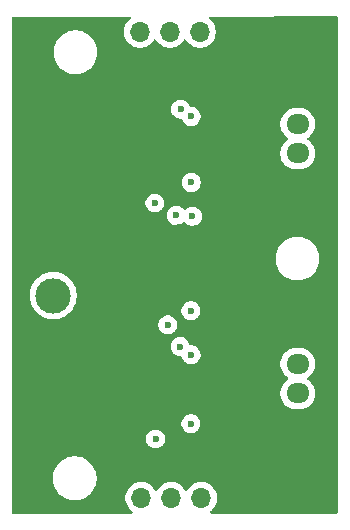
<source format=gbr>
%TF.GenerationSoftware,KiCad,Pcbnew,9.0.0*%
%TF.CreationDate,2025-04-16T15:55:05+03:00*%
%TF.ProjectId,power_detector,706f7765-725f-4646-9574-6563746f722e,rev?*%
%TF.SameCoordinates,Original*%
%TF.FileFunction,Copper,L2,Inr*%
%TF.FilePolarity,Positive*%
%FSLAX46Y46*%
G04 Gerber Fmt 4.6, Leading zero omitted, Abs format (unit mm)*
G04 Created by KiCad (PCBNEW 9.0.0) date 2025-04-16 15:55:05*
%MOMM*%
%LPD*%
G01*
G04 APERTURE LIST*
G04 Aperture macros list*
%AMRoundRect*
0 Rectangle with rounded corners*
0 $1 Rounding radius*
0 $2 $3 $4 $5 $6 $7 $8 $9 X,Y pos of 4 corners*
0 Add a 4 corners polygon primitive as box body*
4,1,4,$2,$3,$4,$5,$6,$7,$8,$9,$2,$3,0*
0 Add four circle primitives for the rounded corners*
1,1,$1+$1,$2,$3*
1,1,$1+$1,$4,$5*
1,1,$1+$1,$6,$7*
1,1,$1+$1,$8,$9*
0 Add four rect primitives between the rounded corners*
20,1,$1+$1,$2,$3,$4,$5,0*
20,1,$1+$1,$4,$5,$6,$7,0*
20,1,$1+$1,$6,$7,$8,$9,0*
20,1,$1+$1,$8,$9,$2,$3,0*%
G04 Aperture macros list end*
%TA.AperFunction,ComponentPad*%
%ADD10RoundRect,0.250000X0.725000X-0.600000X0.725000X0.600000X-0.725000X0.600000X-0.725000X-0.600000X0*%
%TD*%
%TA.AperFunction,ComponentPad*%
%ADD11O,1.950000X1.700000*%
%TD*%
%TA.AperFunction,ComponentPad*%
%ADD12R,3.000000X3.000000*%
%TD*%
%TA.AperFunction,ComponentPad*%
%ADD13C,3.000000*%
%TD*%
%TA.AperFunction,ComponentPad*%
%ADD14R,1.700000X1.700000*%
%TD*%
%TA.AperFunction,ComponentPad*%
%ADD15O,1.700000X1.700000*%
%TD*%
%TA.AperFunction,ViaPad*%
%ADD16C,0.600000*%
%TD*%
G04 APERTURE END LIST*
D10*
%TO.N,GND*%
%TO.C,J9*%
X68867800Y-90770400D03*
D11*
%TO.N,/vrms_fow*%
X68867800Y-88270400D03*
%TO.N,/mcu_adc_fow*%
X68867800Y-85770400D03*
%TO.N,GND*%
X68867800Y-83270400D03*
%TD*%
D12*
%TO.N,GND*%
%TO.C,J3*%
X48158400Y-74904600D03*
D13*
%TO.N,+5V*%
X48158400Y-79984600D03*
%TD*%
D10*
%TO.N,GND*%
%TO.C,J10*%
X68859400Y-70455800D03*
D11*
%TO.N,/vrms_ref*%
X68859400Y-67955800D03*
%TO.N,/mcu_adc_ref*%
X68859400Y-65455800D03*
%TO.N,GND*%
X68859400Y-62955800D03*
%TD*%
D14*
%TO.N,GND*%
%TO.C,J6*%
X63236000Y-97129600D03*
D15*
%TO.N,/vtgt_fow*%
X60696000Y-97129600D03*
%TO.N,/TC2_fow*%
X58156000Y-97129600D03*
%TO.N,/vref_fow*%
X55616000Y-97129600D03*
%TD*%
D14*
%TO.N,GND*%
%TO.C,J7*%
X63119000Y-57658000D03*
D15*
%TO.N,/TC2_ref*%
X60579000Y-57658000D03*
%TO.N,/vref_ref*%
X58039000Y-57658000D03*
%TO.N,/vtgt_ref*%
X55499000Y-57658000D03*
%TD*%
D16*
%TO.N,+5V*%
X59833000Y-64820800D03*
X59944000Y-73279000D03*
X59817000Y-90830400D03*
X59833000Y-85004400D03*
X59842400Y-70408800D03*
X59817000Y-81280000D03*
%TO.N,GND*%
X66040000Y-59944000D03*
X63246000Y-93218000D03*
X70993000Y-96393000D03*
X54864000Y-65532000D03*
X70739000Y-59690000D03*
X50292000Y-74422000D03*
X58928000Y-74168000D03*
X64770000Y-65532000D03*
X65151000Y-96012000D03*
X55880000Y-76200000D03*
X71120000Y-89916000D03*
X54610000Y-77978000D03*
X63627000Y-73279000D03*
X55118000Y-73914000D03*
X50546000Y-82550000D03*
X65913000Y-60960000D03*
X53594000Y-83566000D03*
X64516000Y-70866000D03*
X52324000Y-76962000D03*
X63246000Y-82296000D03*
X67183000Y-60198000D03*
X51308000Y-68326000D03*
X47752000Y-92456000D03*
X54610000Y-69088000D03*
X53340000Y-71120000D03*
X61722000Y-60706000D03*
X50038000Y-89408000D03*
X45974000Y-96012000D03*
X52832000Y-63500000D03*
X66802000Y-83820000D03*
X64897000Y-92710000D03*
X65786000Y-85852000D03*
X71882000Y-65659000D03*
X63119000Y-85852000D03*
X46990000Y-86614000D03*
X70231000Y-57658000D03*
X54864000Y-85598000D03*
X68453000Y-97282000D03*
X64643000Y-73279000D03*
X68326000Y-58293000D03*
X55626000Y-93726000D03*
X55626000Y-63500000D03*
X60017575Y-68275200D03*
X51308000Y-74422000D03*
X70358000Y-73025000D03*
X46736000Y-98044000D03*
X45720000Y-73660000D03*
X63119000Y-65532000D03*
X61214000Y-75946000D03*
X51562000Y-76454000D03*
X63754000Y-75692000D03*
X63500000Y-83312000D03*
X46482000Y-62738000D03*
X52578000Y-81026000D03*
X52578000Y-72898000D03*
X64643000Y-78994000D03*
X69469000Y-72898000D03*
X54356000Y-95758000D03*
X55880000Y-81026000D03*
X56388000Y-83439000D03*
X45212000Y-96266000D03*
X57658000Y-76200000D03*
X54610000Y-91186000D03*
X48260000Y-62738000D03*
X54762400Y-88620600D03*
X63881000Y-90932000D03*
X58953400Y-88544400D03*
X52070000Y-92456000D03*
X50038000Y-90170000D03*
X71882000Y-74422000D03*
X54356000Y-59944000D03*
X62611000Y-79756000D03*
X71120000Y-85090000D03*
X45974000Y-94488000D03*
X71882000Y-79248000D03*
X71120000Y-86360000D03*
X64262000Y-80010000D03*
X69342000Y-95631000D03*
X45212000Y-95250000D03*
X46228000Y-59182000D03*
X66040000Y-91313000D03*
X64262000Y-77978000D03*
X69469000Y-97917000D03*
X53213000Y-86487000D03*
X52959000Y-89408000D03*
X71374000Y-70485000D03*
X54610000Y-93726000D03*
X46736000Y-92456000D03*
X54102000Y-61976000D03*
X54102000Y-65278000D03*
X52324000Y-78994000D03*
X67564000Y-81534000D03*
X70612000Y-97917000D03*
X65532000Y-79248000D03*
X70485000Y-60325000D03*
X65913000Y-64008000D03*
X66421000Y-65024000D03*
X71755000Y-62357000D03*
X67437000Y-57531000D03*
X65405000Y-57404000D03*
X64135000Y-63246000D03*
X65151000Y-97282000D03*
X65532000Y-70104000D03*
X45339000Y-60706000D03*
X52578000Y-85090000D03*
X71120000Y-94869000D03*
X64643000Y-83947000D03*
X54864000Y-72644000D03*
X63246000Y-80391000D03*
X66421000Y-56896000D03*
X48133000Y-68326000D03*
X70485000Y-69088000D03*
X71882000Y-80010000D03*
X65278000Y-81407000D03*
X53340000Y-81026000D03*
X50292000Y-75438000D03*
X61595000Y-59309000D03*
X62865000Y-74549000D03*
X48133000Y-66294000D03*
X54610000Y-76200000D03*
X54610000Y-62992000D03*
X51816000Y-85598000D03*
X59563000Y-93726000D03*
X66802000Y-63500000D03*
X50038000Y-91694000D03*
X54102000Y-71882000D03*
X54864000Y-61468000D03*
X61468000Y-94488000D03*
X51308000Y-70104000D03*
X69469000Y-93472000D03*
X52578000Y-98044000D03*
X64719200Y-90093800D03*
X50546000Y-71882000D03*
X48133000Y-88646000D03*
X46482000Y-97028000D03*
X45720000Y-75438000D03*
X62484000Y-71120000D03*
X63500000Y-70866000D03*
X49784000Y-71882000D03*
X45974000Y-68326000D03*
X50292000Y-63246000D03*
X57277000Y-90043000D03*
X56896000Y-81788000D03*
X51816000Y-73914000D03*
X60084575Y-87270391D03*
X53340000Y-85598000D03*
X61214000Y-79756000D03*
X53086000Y-61468000D03*
X51943000Y-88646000D03*
X68453000Y-61341000D03*
X51308000Y-65278000D03*
X54356000Y-60960000D03*
X49022000Y-86614000D03*
X53086000Y-68326000D03*
X66675000Y-85344000D03*
X67310000Y-84836000D03*
X63246000Y-62611000D03*
X55372000Y-76708000D03*
X66548000Y-92583000D03*
X57912000Y-74168000D03*
X54610000Y-94742000D03*
X48768000Y-82550000D03*
X71374000Y-72771000D03*
X57404000Y-70104000D03*
X53594000Y-60706000D03*
X51816000Y-71882000D03*
X66548000Y-59055000D03*
X71501000Y-66802000D03*
X63754000Y-76962000D03*
X63119000Y-91186000D03*
X65405000Y-58801000D03*
X66802000Y-58293000D03*
X58928000Y-75184000D03*
X53340000Y-64262000D03*
X56134000Y-77978000D03*
X56388000Y-74676000D03*
X59309000Y-60452000D03*
X65024000Y-71882000D03*
X66675000Y-90678000D03*
X65151000Y-95123000D03*
X51816000Y-77978000D03*
X50546000Y-85090000D03*
X50292000Y-78232000D03*
X69723000Y-56896000D03*
X58420000Y-78994000D03*
X51816000Y-91186000D03*
X53594000Y-76962000D03*
X44969379Y-66294004D03*
X61468000Y-63119000D03*
X47244000Y-62738000D03*
X61214000Y-78994000D03*
X51308000Y-75692000D03*
X53086000Y-93980000D03*
X71501000Y-57658000D03*
X52578000Y-90424000D03*
X59690000Y-61087000D03*
X55626000Y-72390000D03*
X56642000Y-82804000D03*
X63373000Y-95123000D03*
X66929000Y-97917000D03*
X45974000Y-66294000D03*
X65532000Y-85090000D03*
X66294000Y-81534000D03*
X55880000Y-75438000D03*
X59436000Y-94742000D03*
X61722000Y-65405000D03*
X66167000Y-95885000D03*
X63246000Y-94234000D03*
X64262000Y-95123000D03*
X50292000Y-66294000D03*
X54356000Y-64262000D03*
X55626000Y-92837000D03*
X66421000Y-97536000D03*
X53086000Y-69088000D03*
X46482000Y-93472000D03*
X64897000Y-61341000D03*
X56388000Y-82296000D03*
X53594000Y-81788000D03*
X66548000Y-73533000D03*
X54229000Y-66167000D03*
X46482000Y-58166000D03*
X65532000Y-72771000D03*
X49022000Y-62738000D03*
X61468000Y-69596000D03*
X45720000Y-92456000D03*
X61493400Y-84226400D03*
X44968627Y-88646098D03*
X51816000Y-70866000D03*
X70612000Y-63500000D03*
X46990000Y-66294000D03*
X51816000Y-62738000D03*
X69850000Y-97028000D03*
X54610000Y-71120000D03*
X62230000Y-72898000D03*
X53848000Y-59690000D03*
X53340000Y-90932000D03*
X45339000Y-59563000D03*
X66294000Y-93853000D03*
X70358000Y-62230000D03*
X51308000Y-69088000D03*
X49784000Y-62738000D03*
X68453000Y-93853000D03*
X65024000Y-89281000D03*
X71120000Y-82550000D03*
X61679375Y-90170000D03*
X53848000Y-63500000D03*
X52832000Y-91948000D03*
X46228000Y-60198000D03*
X45974000Y-88646000D03*
X53340000Y-94996000D03*
X53848000Y-89331800D03*
X55880000Y-81788000D03*
X53086000Y-73914000D03*
X45974000Y-86614000D03*
X54102000Y-70104000D03*
X71120000Y-80137000D03*
X55118000Y-60452000D03*
X63881000Y-72136000D03*
X65913000Y-71374000D03*
X56134000Y-71120000D03*
X55372000Y-62230000D03*
X53594000Y-74930000D03*
X61214000Y-73660000D03*
X66548000Y-72390000D03*
X53086000Y-62738000D03*
X67437000Y-95885000D03*
X60452000Y-94742000D03*
X56896000Y-69596000D03*
X53848000Y-84582000D03*
X62484000Y-78613000D03*
X61468000Y-83312000D03*
X52324000Y-69088000D03*
X54610000Y-81788000D03*
X62357000Y-75565000D03*
X70612000Y-71120000D03*
X56642000Y-70358000D03*
X65151000Y-78486000D03*
X50546000Y-71120000D03*
X57404000Y-77978000D03*
X56388000Y-85344000D03*
X50546000Y-85852000D03*
X51054000Y-88646000D03*
X63881000Y-65532000D03*
X58928000Y-77216000D03*
X64643000Y-93853000D03*
X52578000Y-84328000D03*
X55626000Y-91948000D03*
X53848000Y-90170000D03*
X53340000Y-78994000D03*
X71628000Y-71755000D03*
X50292000Y-73660000D03*
X62865000Y-61849000D03*
X54737000Y-89662000D03*
X55499000Y-83947000D03*
X53848000Y-97282000D03*
X52578000Y-92964000D03*
X53340000Y-72390000D03*
X61214000Y-80518000D03*
X71755000Y-63246000D03*
X66167000Y-82804000D03*
X52324000Y-65278000D03*
X47752000Y-82550000D03*
X68580000Y-81534000D03*
X52324000Y-86614000D03*
X51562000Y-86614000D03*
X64643000Y-68961000D03*
X51054000Y-64516000D03*
X56134000Y-69596000D03*
X68834000Y-72136000D03*
X64135000Y-89281000D03*
X70739000Y-97028000D03*
X70104000Y-58674000D03*
X57023000Y-65532000D03*
X50165000Y-88646000D03*
X67310000Y-71755000D03*
X52324000Y-74422000D03*
X71120000Y-88646000D03*
X56134000Y-61595000D03*
X71247000Y-56896000D03*
X52832000Y-88646000D03*
X64008000Y-85852000D03*
X71120000Y-81788000D03*
X52832000Y-70104000D03*
X66929000Y-61595000D03*
X49530000Y-77470000D03*
X54356000Y-73152000D03*
X70739000Y-65659000D03*
X64008000Y-92075000D03*
X51562000Y-72898000D03*
X71120000Y-91948000D03*
X50038000Y-72898000D03*
X52832000Y-73406000D03*
X52324000Y-64516000D03*
X50292000Y-65278000D03*
X54102000Y-81026000D03*
X70739000Y-67564000D03*
X65151000Y-82550000D03*
X45339000Y-61722000D03*
X70231000Y-72009000D03*
X68199000Y-56896000D03*
X69723000Y-92456000D03*
X57658000Y-75184000D03*
X63246000Y-63500000D03*
X46990000Y-88646000D03*
X64897000Y-85852000D03*
X63627000Y-61087000D03*
X50292000Y-81534000D03*
X65024000Y-64389000D03*
X61518800Y-92532200D03*
X53848000Y-91948000D03*
X68072000Y-59055000D03*
X65659000Y-65532000D03*
X51054000Y-77470000D03*
X61214000Y-76708000D03*
X53848000Y-73660000D03*
X65659000Y-83820000D03*
X65532000Y-89789000D03*
X51816000Y-89662000D03*
X69342000Y-60452000D03*
X51054000Y-91948000D03*
X46736000Y-71882000D03*
X71628000Y-60452000D03*
X54356000Y-83566000D03*
X63500000Y-79248000D03*
X51054000Y-82042000D03*
X45212000Y-97282000D03*
X70739000Y-64389000D03*
X51054000Y-63754000D03*
X56794400Y-91084400D03*
X66167000Y-62611000D03*
X50800000Y-72898000D03*
X55626000Y-70358000D03*
X55118000Y-81026000D03*
X44969379Y-86614004D03*
X52832000Y-97282000D03*
X58945225Y-87299800D03*
X64262000Y-74676000D03*
X55372000Y-82804000D03*
X67310000Y-92710000D03*
X65278000Y-91821000D03*
X55753000Y-61087000D03*
X53594000Y-58420000D03*
X59309000Y-59436000D03*
X62992000Y-60198000D03*
X68961000Y-57531000D03*
X68961000Y-59436000D03*
X61595000Y-59944000D03*
X56134000Y-84328000D03*
X46482000Y-77724000D03*
X61214000Y-72898000D03*
X57658000Y-81026000D03*
X65532000Y-68961000D03*
X61468000Y-93472000D03*
X67564000Y-96774000D03*
X67056000Y-82550000D03*
X71755000Y-64516000D03*
X67564000Y-94107000D03*
X46736000Y-82550000D03*
X52324000Y-68326000D03*
X51308000Y-78994000D03*
X50546000Y-70104000D03*
X63500000Y-85090000D03*
X45720000Y-62738000D03*
X65405000Y-74041000D03*
X56845200Y-71145400D03*
X50038000Y-86614000D03*
X52578000Y-83312000D03*
X51308000Y-66294000D03*
X62103000Y-73914000D03*
X45720000Y-81280000D03*
X49022000Y-66294000D03*
X71120000Y-93218000D03*
X68326000Y-94869000D03*
X61214000Y-78232000D03*
X64516000Y-76327000D03*
X67056000Y-70231000D03*
X67183000Y-62484000D03*
X55245000Y-66167000D03*
X67056000Y-64516000D03*
X55626000Y-64897000D03*
X63246000Y-64389000D03*
X51308000Y-83312000D03*
X65151000Y-97917000D03*
X51816000Y-63754000D03*
X64262000Y-62103000D03*
X69850000Y-81534000D03*
X53340000Y-96266000D03*
X63627000Y-59436000D03*
X56261000Y-66167000D03*
X54356000Y-75438000D03*
X57404000Y-73406000D03*
X57404000Y-85852000D03*
X61679375Y-85725000D03*
X61214000Y-77470000D03*
X71120000Y-87630000D03*
X66802000Y-71247000D03*
X55626000Y-69088000D03*
X64135000Y-64389000D03*
X52578000Y-71882000D03*
X53340000Y-82804000D03*
X67945000Y-72771000D03*
X50292000Y-76962000D03*
X51562000Y-81280000D03*
X61976000Y-81026000D03*
X70866000Y-66548000D03*
X52324000Y-66294000D03*
X55626000Y-71628000D03*
X54356000Y-74422000D03*
X54711600Y-68351400D03*
X55880000Y-91059000D03*
X54102000Y-86487000D03*
X63754000Y-68961000D03*
X67056000Y-94996000D03*
X65405000Y-62230000D03*
X68326000Y-92456000D03*
X49022000Y-88646000D03*
X45720000Y-78740000D03*
X47752000Y-71882000D03*
X50800000Y-86614000D03*
X52070000Y-81788000D03*
X52578000Y-62230000D03*
X47498000Y-61976000D03*
X70104000Y-61214000D03*
X44968627Y-68326098D03*
X56388000Y-78994000D03*
X58928000Y-78232000D03*
X56515000Y-63373000D03*
X63500000Y-84328000D03*
X56642000Y-81026000D03*
X45847000Y-57023000D03*
X50546000Y-84074000D03*
X54356000Y-82804000D03*
X70358000Y-95504000D03*
X66421000Y-68961000D03*
X46990000Y-68326000D03*
X71120000Y-90932000D03*
X64643000Y-90932000D03*
X64135000Y-81407000D03*
X56642000Y-86233000D03*
X64897000Y-77343000D03*
X61214000Y-75184000D03*
X55118000Y-74930000D03*
X63627000Y-78105000D03*
X64592200Y-69799200D03*
X45212000Y-94234000D03*
X54737000Y-86360000D03*
X53340000Y-77978000D03*
X56896000Y-74930000D03*
X51054000Y-90424000D03*
X51562000Y-82550000D03*
X66294000Y-84582000D03*
X62738000Y-71882000D03*
X48133000Y-86614000D03*
X45720000Y-98044000D03*
X60084575Y-88493600D03*
X52070000Y-69850000D03*
X45720000Y-71882000D03*
X66167000Y-79883000D03*
X65532000Y-94615000D03*
X53340000Y-65278000D03*
X52832000Y-76200000D03*
X61518800Y-91541600D03*
X53594000Y-98044000D03*
X58869025Y-67005200D03*
X71374000Y-61341000D03*
X50546000Y-69088000D03*
X49784000Y-82550000D03*
X49022000Y-68326000D03*
X51054000Y-62992000D03*
X50292000Y-76200000D03*
X45720000Y-76200000D03*
X70104000Y-94107000D03*
X62738000Y-81534000D03*
X61468000Y-64135000D03*
X45466000Y-80264000D03*
X71120000Y-83820000D03*
X70485000Y-69977000D03*
X65024000Y-75311000D03*
X64516000Y-85090000D03*
X45720000Y-72644000D03*
X47498000Y-77216000D03*
X54610000Y-84582000D03*
X58420000Y-81026000D03*
X55753000Y-86487000D03*
X67310000Y-68961000D03*
X55118000Y-70866000D03*
X45720000Y-82550000D03*
X56515000Y-62357000D03*
X58869025Y-68300600D03*
X65278000Y-80645000D03*
X56642000Y-73406000D03*
X54356000Y-78994000D03*
X62230000Y-61341000D03*
X63246000Y-92202000D03*
X57404000Y-78994000D03*
X56388000Y-65024000D03*
X71628000Y-68326000D03*
X62357000Y-77597000D03*
X48514000Y-77216000D03*
X55499000Y-84963000D03*
X64897000Y-59563000D03*
X67945000Y-60452000D03*
X53848000Y-93472000D03*
X54610000Y-70358000D03*
X55372000Y-78994000D03*
X45720000Y-77216000D03*
X56007000Y-89916000D03*
X45212000Y-93218000D03*
X54610000Y-92456000D03*
X51562000Y-84328000D03*
X55118000Y-64262000D03*
X50292000Y-68326000D03*
X45720000Y-74676000D03*
X64516000Y-60325000D03*
X71882000Y-69469000D03*
X53340000Y-57404000D03*
X65024000Y-63246000D03*
X50038000Y-90932000D03*
X62484000Y-59563000D03*
X46355000Y-61468000D03*
X71374000Y-73787000D03*
X61214000Y-74422000D03*
X55880000Y-73152000D03*
X62611000Y-76454000D03*
X71501000Y-58801000D03*
X58928000Y-76200000D03*
X53848000Y-69037200D03*
X45339000Y-58293000D03*
X50546000Y-83312000D03*
X48768000Y-71882000D03*
X57658000Y-77216000D03*
X56007000Y-64160400D03*
X70104000Y-93218000D03*
X52324000Y-75438000D03*
X68072000Y-98044000D03*
X64262000Y-82931000D03*
X53213000Y-66294000D03*
X66167000Y-89281000D03*
X65405000Y-90551000D03*
X50292000Y-64262000D03*
X60017575Y-67005200D03*
X59944000Y-61976000D03*
%TO.N,/vref_ref*%
X56769000Y-72150700D03*
X58940700Y-64198500D03*
%TO.N,/TC2_ref*%
X58572400Y-73202800D03*
%TO.N,/vref_fow*%
X56819800Y-92125800D03*
X58902600Y-84302600D03*
%TO.N,/vtgt_fow*%
X57861200Y-82473800D03*
%TD*%
%TA.AperFunction,Conductor*%
%TO.N,GND*%
G36*
X72213351Y-56374506D02*
G01*
X72259154Y-56427268D01*
X72270407Y-56478901D01*
X72264243Y-98323267D01*
X72244549Y-98390304D01*
X72191738Y-98436051D01*
X72140340Y-98447249D01*
X61550401Y-98455494D01*
X61483346Y-98435862D01*
X61437550Y-98383093D01*
X61427552Y-98313943D01*
X61456528Y-98250364D01*
X61477415Y-98231178D01*
X61575792Y-98159704D01*
X61726104Y-98009392D01*
X61726106Y-98009388D01*
X61726109Y-98009386D01*
X61851048Y-97837420D01*
X61851047Y-97837420D01*
X61851051Y-97837416D01*
X61947557Y-97648012D01*
X62013246Y-97445843D01*
X62046500Y-97235887D01*
X62046500Y-97023313D01*
X62013246Y-96813357D01*
X61947557Y-96611188D01*
X61851051Y-96421784D01*
X61851049Y-96421781D01*
X61851048Y-96421779D01*
X61726109Y-96249813D01*
X61575786Y-96099490D01*
X61403820Y-95974551D01*
X61214414Y-95878044D01*
X61214413Y-95878043D01*
X61214412Y-95878043D01*
X61012243Y-95812354D01*
X61012241Y-95812353D01*
X61012240Y-95812353D01*
X60850957Y-95786808D01*
X60802287Y-95779100D01*
X60589713Y-95779100D01*
X60541042Y-95786808D01*
X60379760Y-95812353D01*
X60177585Y-95878044D01*
X59988179Y-95974551D01*
X59816213Y-96099490D01*
X59665890Y-96249813D01*
X59540949Y-96421782D01*
X59536484Y-96430546D01*
X59488509Y-96481342D01*
X59420688Y-96498136D01*
X59354553Y-96475598D01*
X59315516Y-96430546D01*
X59311050Y-96421782D01*
X59186109Y-96249813D01*
X59035786Y-96099490D01*
X58863820Y-95974551D01*
X58674414Y-95878044D01*
X58674413Y-95878043D01*
X58674412Y-95878043D01*
X58472243Y-95812354D01*
X58472241Y-95812353D01*
X58472240Y-95812353D01*
X58310957Y-95786808D01*
X58262287Y-95779100D01*
X58049713Y-95779100D01*
X58001042Y-95786808D01*
X57839760Y-95812353D01*
X57637585Y-95878044D01*
X57448179Y-95974551D01*
X57276213Y-96099490D01*
X57125890Y-96249813D01*
X57000949Y-96421782D01*
X56996484Y-96430546D01*
X56948509Y-96481342D01*
X56880688Y-96498136D01*
X56814553Y-96475598D01*
X56775516Y-96430546D01*
X56771050Y-96421782D01*
X56646109Y-96249813D01*
X56495786Y-96099490D01*
X56323820Y-95974551D01*
X56134414Y-95878044D01*
X56134413Y-95878043D01*
X56134412Y-95878043D01*
X55932243Y-95812354D01*
X55932241Y-95812353D01*
X55932240Y-95812353D01*
X55770957Y-95786808D01*
X55722287Y-95779100D01*
X55509713Y-95779100D01*
X55461042Y-95786808D01*
X55299760Y-95812353D01*
X55097585Y-95878044D01*
X54908179Y-95974551D01*
X54736213Y-96099490D01*
X54585890Y-96249813D01*
X54460951Y-96421779D01*
X54364444Y-96611185D01*
X54298753Y-96813360D01*
X54265500Y-97023313D01*
X54265500Y-97235886D01*
X54298753Y-97445839D01*
X54364444Y-97648014D01*
X54460951Y-97837420D01*
X54585890Y-98009386D01*
X54736209Y-98159705D01*
X54736214Y-98159709D01*
X54841846Y-98236455D01*
X54884512Y-98291784D01*
X54890491Y-98361398D01*
X54857886Y-98423193D01*
X54797047Y-98457550D01*
X54769058Y-98460773D01*
X44782717Y-98468547D01*
X44715662Y-98448915D01*
X44669866Y-98396146D01*
X44658620Y-98344506D01*
X44659683Y-95331911D01*
X48136700Y-95331911D01*
X48136700Y-95574488D01*
X48168361Y-95814985D01*
X48231147Y-96049304D01*
X48314199Y-96249808D01*
X48323976Y-96273412D01*
X48445264Y-96483489D01*
X48445266Y-96483492D01*
X48445267Y-96483493D01*
X48592933Y-96675936D01*
X48592939Y-96675943D01*
X48764456Y-96847460D01*
X48764462Y-96847465D01*
X48956911Y-96995136D01*
X49166988Y-97116424D01*
X49391100Y-97209254D01*
X49625411Y-97272038D01*
X49805786Y-97295784D01*
X49865911Y-97303700D01*
X49865912Y-97303700D01*
X50108489Y-97303700D01*
X50156588Y-97297367D01*
X50348989Y-97272038D01*
X50583300Y-97209254D01*
X50807412Y-97116424D01*
X51017489Y-96995136D01*
X51209938Y-96847465D01*
X51381465Y-96675938D01*
X51529136Y-96483489D01*
X51650424Y-96273412D01*
X51743254Y-96049300D01*
X51806038Y-95814989D01*
X51837700Y-95574488D01*
X51837700Y-95331912D01*
X51806038Y-95091411D01*
X51743254Y-94857100D01*
X51650424Y-94632988D01*
X51529136Y-94422911D01*
X51381465Y-94230462D01*
X51381460Y-94230456D01*
X51209943Y-94058939D01*
X51209936Y-94058933D01*
X51017493Y-93911267D01*
X51017492Y-93911266D01*
X51017489Y-93911264D01*
X50807412Y-93789976D01*
X50807405Y-93789973D01*
X50583304Y-93697147D01*
X50348985Y-93634361D01*
X50108489Y-93602700D01*
X50108488Y-93602700D01*
X49865912Y-93602700D01*
X49865911Y-93602700D01*
X49625414Y-93634361D01*
X49391095Y-93697147D01*
X49166994Y-93789973D01*
X49166985Y-93789977D01*
X48956906Y-93911267D01*
X48764463Y-94058933D01*
X48764456Y-94058939D01*
X48592939Y-94230456D01*
X48592933Y-94230463D01*
X48445267Y-94422906D01*
X48323977Y-94632985D01*
X48323973Y-94632994D01*
X48231147Y-94857095D01*
X48168361Y-95091414D01*
X48136700Y-95331911D01*
X44659683Y-95331911D01*
X44660843Y-92046953D01*
X56019300Y-92046953D01*
X56019300Y-92204646D01*
X56050061Y-92359289D01*
X56050064Y-92359301D01*
X56110402Y-92504972D01*
X56110409Y-92504985D01*
X56198010Y-92636088D01*
X56198013Y-92636092D01*
X56309507Y-92747586D01*
X56309511Y-92747589D01*
X56440614Y-92835190D01*
X56440627Y-92835197D01*
X56586298Y-92895535D01*
X56586303Y-92895537D01*
X56740953Y-92926299D01*
X56740956Y-92926300D01*
X56740958Y-92926300D01*
X56898644Y-92926300D01*
X56898645Y-92926299D01*
X57053297Y-92895537D01*
X57198979Y-92835194D01*
X57330089Y-92747589D01*
X57441589Y-92636089D01*
X57529194Y-92504979D01*
X57589537Y-92359297D01*
X57620300Y-92204642D01*
X57620300Y-92046958D01*
X57620300Y-92046955D01*
X57620299Y-92046953D01*
X57589538Y-91892310D01*
X57589537Y-91892303D01*
X57589535Y-91892298D01*
X57529197Y-91746627D01*
X57529190Y-91746614D01*
X57441589Y-91615511D01*
X57441586Y-91615507D01*
X57330092Y-91504013D01*
X57330088Y-91504010D01*
X57198985Y-91416409D01*
X57198972Y-91416402D01*
X57053301Y-91356064D01*
X57053289Y-91356061D01*
X56898645Y-91325300D01*
X56898642Y-91325300D01*
X56740958Y-91325300D01*
X56740955Y-91325300D01*
X56586310Y-91356061D01*
X56586298Y-91356064D01*
X56440627Y-91416402D01*
X56440614Y-91416409D01*
X56309511Y-91504010D01*
X56309507Y-91504013D01*
X56198013Y-91615507D01*
X56198010Y-91615511D01*
X56110409Y-91746614D01*
X56110402Y-91746627D01*
X56050064Y-91892298D01*
X56050061Y-91892310D01*
X56019300Y-92046953D01*
X44660843Y-92046953D01*
X44661300Y-90751553D01*
X59016500Y-90751553D01*
X59016500Y-90909246D01*
X59047261Y-91063889D01*
X59047264Y-91063901D01*
X59107602Y-91209572D01*
X59107609Y-91209585D01*
X59195210Y-91340688D01*
X59195213Y-91340692D01*
X59306707Y-91452186D01*
X59306711Y-91452189D01*
X59437814Y-91539790D01*
X59437827Y-91539797D01*
X59583498Y-91600135D01*
X59583503Y-91600137D01*
X59738153Y-91630899D01*
X59738156Y-91630900D01*
X59738158Y-91630900D01*
X59895844Y-91630900D01*
X59895845Y-91630899D01*
X60050497Y-91600137D01*
X60196179Y-91539794D01*
X60327289Y-91452189D01*
X60438789Y-91340689D01*
X60526394Y-91209579D01*
X60586737Y-91063897D01*
X60617500Y-90909242D01*
X60617500Y-90751558D01*
X60617500Y-90751555D01*
X60617499Y-90751553D01*
X60586738Y-90596910D01*
X60586737Y-90596903D01*
X60586735Y-90596898D01*
X60526397Y-90451227D01*
X60526390Y-90451214D01*
X60438789Y-90320111D01*
X60438786Y-90320107D01*
X60327292Y-90208613D01*
X60327288Y-90208610D01*
X60196185Y-90121009D01*
X60196172Y-90121002D01*
X60050501Y-90060664D01*
X60050489Y-90060661D01*
X59895845Y-90029900D01*
X59895842Y-90029900D01*
X59738158Y-90029900D01*
X59738155Y-90029900D01*
X59583510Y-90060661D01*
X59583498Y-90060664D01*
X59437827Y-90121002D01*
X59437814Y-90121009D01*
X59306711Y-90208610D01*
X59306707Y-90208613D01*
X59195213Y-90320107D01*
X59195210Y-90320111D01*
X59107609Y-90451214D01*
X59107602Y-90451227D01*
X59047264Y-90596898D01*
X59047261Y-90596910D01*
X59016500Y-90751553D01*
X44661300Y-90751553D01*
X44663604Y-84223753D01*
X58102100Y-84223753D01*
X58102100Y-84381446D01*
X58132861Y-84536089D01*
X58132864Y-84536101D01*
X58193202Y-84681772D01*
X58193209Y-84681785D01*
X58280810Y-84812888D01*
X58280813Y-84812892D01*
X58392307Y-84924386D01*
X58392311Y-84924389D01*
X58523414Y-85011990D01*
X58523427Y-85011997D01*
X58645545Y-85062579D01*
X58669103Y-85072337D01*
X58770841Y-85092574D01*
X58823753Y-85103099D01*
X58823756Y-85103100D01*
X58934686Y-85103100D01*
X59001725Y-85122785D01*
X59047480Y-85175589D01*
X59056303Y-85202909D01*
X59063261Y-85237889D01*
X59063264Y-85237901D01*
X59123602Y-85383572D01*
X59123609Y-85383585D01*
X59211210Y-85514688D01*
X59211213Y-85514692D01*
X59322707Y-85626186D01*
X59322711Y-85626189D01*
X59453814Y-85713790D01*
X59453827Y-85713797D01*
X59599498Y-85774135D01*
X59599503Y-85774137D01*
X59754153Y-85804899D01*
X59754156Y-85804900D01*
X59754158Y-85804900D01*
X59911844Y-85804900D01*
X59911845Y-85804899D01*
X60066497Y-85774137D01*
X60212179Y-85713794D01*
X60286532Y-85664113D01*
X67392300Y-85664113D01*
X67392300Y-85876686D01*
X67425553Y-86086639D01*
X67491244Y-86288814D01*
X67587751Y-86478220D01*
X67712690Y-86650186D01*
X67863009Y-86800505D01*
X67863014Y-86800509D01*
X68027593Y-86920082D01*
X68070259Y-86975411D01*
X68076238Y-87045025D01*
X68043633Y-87106820D01*
X68027593Y-87120718D01*
X67863014Y-87240290D01*
X67863009Y-87240294D01*
X67712690Y-87390613D01*
X67587751Y-87562579D01*
X67491244Y-87751985D01*
X67425553Y-87954160D01*
X67392300Y-88164113D01*
X67392300Y-88376686D01*
X67425553Y-88586639D01*
X67491244Y-88788814D01*
X67587751Y-88978220D01*
X67712690Y-89150186D01*
X67863013Y-89300509D01*
X68034979Y-89425448D01*
X68034981Y-89425449D01*
X68034984Y-89425451D01*
X68224388Y-89521957D01*
X68426557Y-89587646D01*
X68636513Y-89620900D01*
X68636514Y-89620900D01*
X69099086Y-89620900D01*
X69099087Y-89620900D01*
X69309043Y-89587646D01*
X69511212Y-89521957D01*
X69700616Y-89425451D01*
X69722589Y-89409486D01*
X69872586Y-89300509D01*
X69872588Y-89300506D01*
X69872592Y-89300504D01*
X70022904Y-89150192D01*
X70022906Y-89150188D01*
X70022909Y-89150186D01*
X70147848Y-88978220D01*
X70147847Y-88978220D01*
X70147851Y-88978216D01*
X70244357Y-88788812D01*
X70310046Y-88586643D01*
X70343300Y-88376687D01*
X70343300Y-88164113D01*
X70310046Y-87954157D01*
X70244357Y-87751988D01*
X70147851Y-87562584D01*
X70147849Y-87562581D01*
X70147848Y-87562579D01*
X70022909Y-87390613D01*
X69872592Y-87240296D01*
X69872584Y-87240290D01*
X69708004Y-87120716D01*
X69665340Y-87065389D01*
X69659361Y-86995776D01*
X69691966Y-86933980D01*
X69707999Y-86920086D01*
X69872592Y-86800504D01*
X70022904Y-86650192D01*
X70022906Y-86650188D01*
X70022909Y-86650186D01*
X70147848Y-86478220D01*
X70147847Y-86478220D01*
X70147851Y-86478216D01*
X70244357Y-86288812D01*
X70310046Y-86086643D01*
X70343300Y-85876687D01*
X70343300Y-85664113D01*
X70310046Y-85454157D01*
X70244357Y-85251988D01*
X70147851Y-85062584D01*
X70147849Y-85062581D01*
X70147848Y-85062579D01*
X70022909Y-84890613D01*
X69872586Y-84740290D01*
X69700620Y-84615351D01*
X69511214Y-84518844D01*
X69511213Y-84518843D01*
X69511212Y-84518843D01*
X69309043Y-84453154D01*
X69309041Y-84453153D01*
X69309040Y-84453153D01*
X69147757Y-84427608D01*
X69099087Y-84419900D01*
X68636513Y-84419900D01*
X68587842Y-84427608D01*
X68426560Y-84453153D01*
X68224385Y-84518844D01*
X68034979Y-84615351D01*
X67863013Y-84740290D01*
X67712690Y-84890613D01*
X67587751Y-85062579D01*
X67491244Y-85251985D01*
X67425553Y-85454160D01*
X67392300Y-85664113D01*
X60286532Y-85664113D01*
X60343289Y-85626189D01*
X60343292Y-85626186D01*
X60397919Y-85571560D01*
X60454786Y-85514692D01*
X60454789Y-85514689D01*
X60542394Y-85383579D01*
X60602737Y-85237897D01*
X60633500Y-85083242D01*
X60633500Y-84925558D01*
X60633500Y-84925555D01*
X60633499Y-84925553D01*
X60611089Y-84812892D01*
X60602737Y-84770903D01*
X60590057Y-84740290D01*
X60542397Y-84625227D01*
X60542390Y-84625214D01*
X60454789Y-84494111D01*
X60454786Y-84494107D01*
X60343292Y-84382613D01*
X60343288Y-84382610D01*
X60212185Y-84295009D01*
X60212172Y-84295002D01*
X60066501Y-84234664D01*
X60066489Y-84234661D01*
X59911845Y-84203900D01*
X59911842Y-84203900D01*
X59800914Y-84203900D01*
X59733875Y-84184215D01*
X59688120Y-84131411D01*
X59679297Y-84104091D01*
X59672339Y-84069110D01*
X59672336Y-84069101D01*
X59611997Y-83923427D01*
X59611990Y-83923414D01*
X59524389Y-83792311D01*
X59524386Y-83792307D01*
X59412892Y-83680813D01*
X59412888Y-83680810D01*
X59281785Y-83593209D01*
X59281772Y-83593202D01*
X59136101Y-83532864D01*
X59136089Y-83532861D01*
X58981445Y-83502100D01*
X58981442Y-83502100D01*
X58823758Y-83502100D01*
X58823755Y-83502100D01*
X58669110Y-83532861D01*
X58669098Y-83532864D01*
X58523427Y-83593202D01*
X58523414Y-83593209D01*
X58392311Y-83680810D01*
X58392307Y-83680813D01*
X58280813Y-83792307D01*
X58280810Y-83792311D01*
X58193209Y-83923414D01*
X58193202Y-83923427D01*
X58132864Y-84069098D01*
X58132861Y-84069110D01*
X58102100Y-84223753D01*
X44663604Y-84223753D01*
X44664250Y-82394953D01*
X57060700Y-82394953D01*
X57060700Y-82552646D01*
X57091461Y-82707289D01*
X57091464Y-82707301D01*
X57151802Y-82852972D01*
X57151809Y-82852985D01*
X57239410Y-82984088D01*
X57239413Y-82984092D01*
X57350907Y-83095586D01*
X57350911Y-83095589D01*
X57482014Y-83183190D01*
X57482027Y-83183197D01*
X57627698Y-83243535D01*
X57627703Y-83243537D01*
X57782353Y-83274299D01*
X57782356Y-83274300D01*
X57782358Y-83274300D01*
X57940044Y-83274300D01*
X57940045Y-83274299D01*
X58094697Y-83243537D01*
X58240379Y-83183194D01*
X58371489Y-83095589D01*
X58482989Y-82984089D01*
X58570594Y-82852979D01*
X58630937Y-82707297D01*
X58661700Y-82552642D01*
X58661700Y-82394958D01*
X58661700Y-82394955D01*
X58661699Y-82394953D01*
X58630938Y-82240310D01*
X58630937Y-82240303D01*
X58630935Y-82240298D01*
X58570597Y-82094627D01*
X58570590Y-82094614D01*
X58482989Y-81963511D01*
X58482986Y-81963507D01*
X58371492Y-81852013D01*
X58371488Y-81852010D01*
X58240385Y-81764409D01*
X58240372Y-81764402D01*
X58094701Y-81704064D01*
X58094689Y-81704061D01*
X57940045Y-81673300D01*
X57940042Y-81673300D01*
X57782358Y-81673300D01*
X57782355Y-81673300D01*
X57627710Y-81704061D01*
X57627698Y-81704064D01*
X57482027Y-81764402D01*
X57482014Y-81764409D01*
X57350911Y-81852010D01*
X57350907Y-81852013D01*
X57239413Y-81963507D01*
X57239410Y-81963511D01*
X57151809Y-82094614D01*
X57151802Y-82094627D01*
X57091464Y-82240298D01*
X57091461Y-82240310D01*
X57060700Y-82394953D01*
X44664250Y-82394953D01*
X44665147Y-79853472D01*
X46157900Y-79853472D01*
X46157900Y-80115727D01*
X46184523Y-80317939D01*
X46192130Y-80375716D01*
X46244351Y-80570609D01*
X46260002Y-80629018D01*
X46260005Y-80629028D01*
X46360353Y-80871290D01*
X46360358Y-80871300D01*
X46491475Y-81098403D01*
X46651118Y-81306451D01*
X46651126Y-81306460D01*
X46836540Y-81491874D01*
X46836548Y-81491881D01*
X47044596Y-81651524D01*
X47271699Y-81782641D01*
X47271709Y-81782646D01*
X47513971Y-81882994D01*
X47513981Y-81882998D01*
X47767284Y-81950870D01*
X48027280Y-81985100D01*
X48027287Y-81985100D01*
X48289513Y-81985100D01*
X48289520Y-81985100D01*
X48549516Y-81950870D01*
X48802819Y-81882998D01*
X49026638Y-81790289D01*
X49045090Y-81782646D01*
X49045091Y-81782645D01*
X49045097Y-81782643D01*
X49272203Y-81651524D01*
X49480251Y-81491882D01*
X49480255Y-81491877D01*
X49480260Y-81491874D01*
X49665674Y-81306460D01*
X49665677Y-81306455D01*
X49665682Y-81306451D01*
X49746481Y-81201153D01*
X59016500Y-81201153D01*
X59016500Y-81358846D01*
X59047261Y-81513489D01*
X59047264Y-81513501D01*
X59107602Y-81659172D01*
X59107609Y-81659185D01*
X59195210Y-81790288D01*
X59195213Y-81790292D01*
X59306707Y-81901786D01*
X59306711Y-81901789D01*
X59437814Y-81989390D01*
X59437827Y-81989397D01*
X59583498Y-82049735D01*
X59583503Y-82049737D01*
X59738153Y-82080499D01*
X59738156Y-82080500D01*
X59738158Y-82080500D01*
X59895844Y-82080500D01*
X59895845Y-82080499D01*
X60050497Y-82049737D01*
X60196179Y-81989394D01*
X60327289Y-81901789D01*
X60438789Y-81790289D01*
X60526394Y-81659179D01*
X60586737Y-81513497D01*
X60617500Y-81358842D01*
X60617500Y-81201158D01*
X60617500Y-81201155D01*
X60617499Y-81201153D01*
X60601273Y-81119579D01*
X60586737Y-81046503D01*
X60586735Y-81046498D01*
X60526397Y-80900827D01*
X60526390Y-80900814D01*
X60438789Y-80769711D01*
X60438786Y-80769707D01*
X60327292Y-80658213D01*
X60327288Y-80658210D01*
X60196185Y-80570609D01*
X60196172Y-80570602D01*
X60050501Y-80510264D01*
X60050489Y-80510261D01*
X59895845Y-80479500D01*
X59895842Y-80479500D01*
X59738158Y-80479500D01*
X59738155Y-80479500D01*
X59583510Y-80510261D01*
X59583498Y-80510264D01*
X59437827Y-80570602D01*
X59437814Y-80570609D01*
X59306711Y-80658210D01*
X59306707Y-80658213D01*
X59195213Y-80769707D01*
X59195210Y-80769711D01*
X59107609Y-80900814D01*
X59107602Y-80900827D01*
X59047264Y-81046498D01*
X59047261Y-81046510D01*
X59016500Y-81201153D01*
X49746481Y-81201153D01*
X49825324Y-81098403D01*
X49956443Y-80871297D01*
X50056798Y-80629019D01*
X50124670Y-80375716D01*
X50158900Y-80115720D01*
X50158900Y-79853480D01*
X50124670Y-79593484D01*
X50056798Y-79340181D01*
X50056794Y-79340171D01*
X49956446Y-79097909D01*
X49956441Y-79097899D01*
X49825324Y-78870796D01*
X49702630Y-78710900D01*
X49665682Y-78662749D01*
X49665681Y-78662748D01*
X49665674Y-78662740D01*
X49480260Y-78477326D01*
X49480251Y-78477318D01*
X49272203Y-78317675D01*
X49045100Y-78186558D01*
X49045090Y-78186553D01*
X48802828Y-78086205D01*
X48802821Y-78086203D01*
X48802819Y-78086202D01*
X48549516Y-78018330D01*
X48491739Y-78010723D01*
X48289527Y-77984100D01*
X48289520Y-77984100D01*
X48027280Y-77984100D01*
X48027272Y-77984100D01*
X47796172Y-78014526D01*
X47767284Y-78018330D01*
X47525424Y-78083136D01*
X47513981Y-78086202D01*
X47513971Y-78086205D01*
X47271709Y-78186553D01*
X47271699Y-78186558D01*
X47044596Y-78317675D01*
X46836548Y-78477318D01*
X46651118Y-78662748D01*
X46491475Y-78870796D01*
X46360358Y-79097899D01*
X46360353Y-79097909D01*
X46260005Y-79340171D01*
X46260002Y-79340181D01*
X46192130Y-79593485D01*
X46157900Y-79853472D01*
X44665147Y-79853472D01*
X44666247Y-76739111D01*
X66983500Y-76739111D01*
X66983500Y-76981688D01*
X67015161Y-77222185D01*
X67077947Y-77456504D01*
X67170773Y-77680605D01*
X67170776Y-77680612D01*
X67292064Y-77890689D01*
X67292066Y-77890692D01*
X67292067Y-77890693D01*
X67439733Y-78083136D01*
X67439739Y-78083143D01*
X67611256Y-78254660D01*
X67611262Y-78254665D01*
X67803711Y-78402336D01*
X68013788Y-78523624D01*
X68237900Y-78616454D01*
X68472211Y-78679238D01*
X68652586Y-78702984D01*
X68712711Y-78710900D01*
X68712712Y-78710900D01*
X68955289Y-78710900D01*
X69003388Y-78704567D01*
X69195789Y-78679238D01*
X69430100Y-78616454D01*
X69654212Y-78523624D01*
X69864289Y-78402336D01*
X70056738Y-78254665D01*
X70228265Y-78083138D01*
X70375936Y-77890689D01*
X70497224Y-77680612D01*
X70590054Y-77456500D01*
X70652838Y-77222189D01*
X70684500Y-76981688D01*
X70684500Y-76739112D01*
X70652838Y-76498611D01*
X70590054Y-76264300D01*
X70497224Y-76040188D01*
X70375936Y-75830111D01*
X70228265Y-75637662D01*
X70228260Y-75637656D01*
X70056743Y-75466139D01*
X70056736Y-75466133D01*
X69864293Y-75318467D01*
X69864292Y-75318466D01*
X69864289Y-75318464D01*
X69654212Y-75197176D01*
X69654205Y-75197173D01*
X69430104Y-75104347D01*
X69195785Y-75041561D01*
X68955289Y-75009900D01*
X68955288Y-75009900D01*
X68712712Y-75009900D01*
X68712711Y-75009900D01*
X68472214Y-75041561D01*
X68237895Y-75104347D01*
X68013794Y-75197173D01*
X68013785Y-75197177D01*
X67803706Y-75318467D01*
X67611263Y-75466133D01*
X67611256Y-75466139D01*
X67439739Y-75637656D01*
X67439733Y-75637663D01*
X67292067Y-75830106D01*
X67170777Y-76040185D01*
X67170773Y-76040194D01*
X67077947Y-76264295D01*
X67015161Y-76498614D01*
X66983500Y-76739111D01*
X44666247Y-76739111D01*
X44667523Y-73123953D01*
X57771900Y-73123953D01*
X57771900Y-73281646D01*
X57802661Y-73436289D01*
X57802664Y-73436301D01*
X57863002Y-73581972D01*
X57863009Y-73581985D01*
X57950610Y-73713088D01*
X57950613Y-73713092D01*
X58062107Y-73824586D01*
X58062111Y-73824589D01*
X58193214Y-73912190D01*
X58193227Y-73912197D01*
X58338898Y-73972535D01*
X58338903Y-73972537D01*
X58493553Y-74003299D01*
X58493556Y-74003300D01*
X58493558Y-74003300D01*
X58651244Y-74003300D01*
X58651245Y-74003299D01*
X58805897Y-73972537D01*
X58951579Y-73912194D01*
X59082689Y-73824589D01*
X59133570Y-73773708D01*
X59194893Y-73740222D01*
X59264585Y-73745206D01*
X59317792Y-73785036D01*
X59318347Y-73784581D01*
X59320200Y-73786838D01*
X59320518Y-73787077D01*
X59321286Y-73788162D01*
X59322213Y-73789292D01*
X59433707Y-73900786D01*
X59433711Y-73900789D01*
X59564814Y-73988390D01*
X59564827Y-73988397D01*
X59710498Y-74048735D01*
X59710503Y-74048737D01*
X59865153Y-74079499D01*
X59865156Y-74079500D01*
X59865158Y-74079500D01*
X60022844Y-74079500D01*
X60022845Y-74079499D01*
X60177497Y-74048737D01*
X60323179Y-73988394D01*
X60454289Y-73900789D01*
X60565789Y-73789289D01*
X60653394Y-73658179D01*
X60713737Y-73512497D01*
X60744500Y-73357842D01*
X60744500Y-73200158D01*
X60744500Y-73200155D01*
X60744499Y-73200153D01*
X60713738Y-73045510D01*
X60713737Y-73045503D01*
X60674676Y-72951200D01*
X60653397Y-72899827D01*
X60653390Y-72899814D01*
X60565789Y-72768711D01*
X60565786Y-72768707D01*
X60454292Y-72657213D01*
X60454288Y-72657210D01*
X60323185Y-72569609D01*
X60323172Y-72569602D01*
X60177501Y-72509264D01*
X60177489Y-72509261D01*
X60022845Y-72478500D01*
X60022842Y-72478500D01*
X59865158Y-72478500D01*
X59865155Y-72478500D01*
X59710510Y-72509261D01*
X59710498Y-72509264D01*
X59564827Y-72569602D01*
X59564814Y-72569609D01*
X59433711Y-72657210D01*
X59433706Y-72657214D01*
X59382827Y-72708093D01*
X59321504Y-72741577D01*
X59251812Y-72736592D01*
X59198607Y-72696763D01*
X59198053Y-72697219D01*
X59196200Y-72694961D01*
X59195879Y-72694721D01*
X59195104Y-72693625D01*
X59194186Y-72692507D01*
X59082692Y-72581013D01*
X59082688Y-72581010D01*
X58951585Y-72493409D01*
X58951572Y-72493402D01*
X58805901Y-72433064D01*
X58805889Y-72433061D01*
X58651245Y-72402300D01*
X58651242Y-72402300D01*
X58493558Y-72402300D01*
X58493555Y-72402300D01*
X58338910Y-72433061D01*
X58338898Y-72433064D01*
X58193227Y-72493402D01*
X58193214Y-72493409D01*
X58062111Y-72581010D01*
X58062107Y-72581013D01*
X57950613Y-72692507D01*
X57950610Y-72692511D01*
X57863009Y-72823614D01*
X57863002Y-72823627D01*
X57802664Y-72969298D01*
X57802661Y-72969310D01*
X57771900Y-73123953D01*
X44667523Y-73123953D01*
X44667894Y-72071853D01*
X55968500Y-72071853D01*
X55968500Y-72229546D01*
X55999261Y-72384189D01*
X55999264Y-72384201D01*
X56059602Y-72529872D01*
X56059609Y-72529885D01*
X56147210Y-72660988D01*
X56147213Y-72660992D01*
X56258707Y-72772486D01*
X56258711Y-72772489D01*
X56389814Y-72860090D01*
X56389827Y-72860097D01*
X56535498Y-72920435D01*
X56535503Y-72920437D01*
X56690153Y-72951199D01*
X56690156Y-72951200D01*
X56690158Y-72951200D01*
X56847844Y-72951200D01*
X56847845Y-72951199D01*
X57002497Y-72920437D01*
X57148179Y-72860094D01*
X57279289Y-72772489D01*
X57390789Y-72660989D01*
X57478394Y-72529879D01*
X57538737Y-72384197D01*
X57569500Y-72229542D01*
X57569500Y-72071858D01*
X57569500Y-72071855D01*
X57569499Y-72071853D01*
X57538738Y-71917210D01*
X57538737Y-71917203D01*
X57538735Y-71917198D01*
X57478397Y-71771527D01*
X57478390Y-71771514D01*
X57390789Y-71640411D01*
X57390786Y-71640407D01*
X57279292Y-71528913D01*
X57279288Y-71528910D01*
X57148185Y-71441309D01*
X57148172Y-71441302D01*
X57002501Y-71380964D01*
X57002489Y-71380961D01*
X56847845Y-71350200D01*
X56847842Y-71350200D01*
X56690158Y-71350200D01*
X56690155Y-71350200D01*
X56535510Y-71380961D01*
X56535498Y-71380964D01*
X56389827Y-71441302D01*
X56389814Y-71441309D01*
X56258711Y-71528910D01*
X56258707Y-71528913D01*
X56147213Y-71640407D01*
X56147210Y-71640411D01*
X56059609Y-71771514D01*
X56059602Y-71771527D01*
X55999264Y-71917198D01*
X55999261Y-71917210D01*
X55968500Y-72071853D01*
X44667894Y-72071853D01*
X44668509Y-70329953D01*
X59041900Y-70329953D01*
X59041900Y-70487646D01*
X59072661Y-70642289D01*
X59072664Y-70642301D01*
X59133002Y-70787972D01*
X59133009Y-70787985D01*
X59220610Y-70919088D01*
X59220613Y-70919092D01*
X59332107Y-71030586D01*
X59332111Y-71030589D01*
X59463214Y-71118190D01*
X59463227Y-71118197D01*
X59608898Y-71178535D01*
X59608903Y-71178537D01*
X59763553Y-71209299D01*
X59763556Y-71209300D01*
X59763558Y-71209300D01*
X59921244Y-71209300D01*
X59921245Y-71209299D01*
X60075897Y-71178537D01*
X60221579Y-71118194D01*
X60352689Y-71030589D01*
X60464189Y-70919089D01*
X60551794Y-70787979D01*
X60612137Y-70642297D01*
X60642900Y-70487642D01*
X60642900Y-70329958D01*
X60642900Y-70329955D01*
X60642899Y-70329953D01*
X60612138Y-70175310D01*
X60612137Y-70175303D01*
X60612135Y-70175298D01*
X60551797Y-70029627D01*
X60551790Y-70029614D01*
X60464189Y-69898511D01*
X60464186Y-69898507D01*
X60352692Y-69787013D01*
X60352688Y-69787010D01*
X60221585Y-69699409D01*
X60221572Y-69699402D01*
X60075901Y-69639064D01*
X60075889Y-69639061D01*
X59921245Y-69608300D01*
X59921242Y-69608300D01*
X59763558Y-69608300D01*
X59763555Y-69608300D01*
X59608910Y-69639061D01*
X59608898Y-69639064D01*
X59463227Y-69699402D01*
X59463214Y-69699409D01*
X59332111Y-69787010D01*
X59332107Y-69787013D01*
X59220613Y-69898507D01*
X59220610Y-69898511D01*
X59133009Y-70029614D01*
X59133002Y-70029627D01*
X59072664Y-70175298D01*
X59072661Y-70175310D01*
X59041900Y-70329953D01*
X44668509Y-70329953D01*
X44670701Y-64119653D01*
X58140200Y-64119653D01*
X58140200Y-64277346D01*
X58170961Y-64431989D01*
X58170964Y-64432001D01*
X58231302Y-64577672D01*
X58231309Y-64577685D01*
X58318910Y-64708788D01*
X58318913Y-64708792D01*
X58430407Y-64820286D01*
X58430411Y-64820289D01*
X58561514Y-64907890D01*
X58561527Y-64907897D01*
X58632726Y-64937388D01*
X58707203Y-64968237D01*
X58830377Y-64992738D01*
X58861853Y-64998999D01*
X58861856Y-64999000D01*
X58957504Y-64999000D01*
X59024543Y-65018685D01*
X59070298Y-65071489D01*
X59072065Y-65075548D01*
X59123602Y-65199972D01*
X59123609Y-65199985D01*
X59211210Y-65331088D01*
X59211213Y-65331092D01*
X59322707Y-65442586D01*
X59322711Y-65442589D01*
X59453814Y-65530190D01*
X59453827Y-65530197D01*
X59599498Y-65590535D01*
X59599503Y-65590537D01*
X59754153Y-65621299D01*
X59754156Y-65621300D01*
X59754158Y-65621300D01*
X59911844Y-65621300D01*
X59911845Y-65621299D01*
X60066497Y-65590537D01*
X60212179Y-65530194D01*
X60343289Y-65442589D01*
X60436365Y-65349513D01*
X67383900Y-65349513D01*
X67383900Y-65562086D01*
X67417153Y-65772039D01*
X67482844Y-65974214D01*
X67579351Y-66163620D01*
X67704290Y-66335586D01*
X67854609Y-66485905D01*
X67854614Y-66485909D01*
X68019193Y-66605482D01*
X68061859Y-66660811D01*
X68067838Y-66730425D01*
X68035233Y-66792220D01*
X68019193Y-66806118D01*
X67854614Y-66925690D01*
X67854609Y-66925694D01*
X67704290Y-67076013D01*
X67579351Y-67247979D01*
X67482844Y-67437385D01*
X67417153Y-67639560D01*
X67383900Y-67849513D01*
X67383900Y-68062086D01*
X67417153Y-68272039D01*
X67482844Y-68474214D01*
X67579351Y-68663620D01*
X67704290Y-68835586D01*
X67854613Y-68985909D01*
X68026579Y-69110848D01*
X68026581Y-69110849D01*
X68026584Y-69110851D01*
X68215988Y-69207357D01*
X68418157Y-69273046D01*
X68628113Y-69306300D01*
X68628114Y-69306300D01*
X69090686Y-69306300D01*
X69090687Y-69306300D01*
X69300643Y-69273046D01*
X69502812Y-69207357D01*
X69692216Y-69110851D01*
X69714189Y-69094886D01*
X69864186Y-68985909D01*
X69864188Y-68985906D01*
X69864192Y-68985904D01*
X70014504Y-68835592D01*
X70014506Y-68835588D01*
X70014509Y-68835586D01*
X70139448Y-68663620D01*
X70139447Y-68663620D01*
X70139451Y-68663616D01*
X70235957Y-68474212D01*
X70301646Y-68272043D01*
X70334900Y-68062087D01*
X70334900Y-67849513D01*
X70301646Y-67639557D01*
X70235957Y-67437388D01*
X70139451Y-67247984D01*
X70139449Y-67247981D01*
X70139448Y-67247979D01*
X70014509Y-67076013D01*
X69864192Y-66925696D01*
X69864184Y-66925690D01*
X69699604Y-66806116D01*
X69656940Y-66750789D01*
X69650961Y-66681176D01*
X69683566Y-66619380D01*
X69699599Y-66605486D01*
X69864192Y-66485904D01*
X70014504Y-66335592D01*
X70014506Y-66335588D01*
X70014509Y-66335586D01*
X70139448Y-66163620D01*
X70139447Y-66163620D01*
X70139451Y-66163616D01*
X70235957Y-65974212D01*
X70301646Y-65772043D01*
X70334900Y-65562087D01*
X70334900Y-65349513D01*
X70301646Y-65139557D01*
X70235957Y-64937388D01*
X70139451Y-64747984D01*
X70139449Y-64747981D01*
X70139448Y-64747979D01*
X70014509Y-64576013D01*
X69864186Y-64425690D01*
X69692220Y-64300751D01*
X69502814Y-64204244D01*
X69502813Y-64204243D01*
X69502812Y-64204243D01*
X69300643Y-64138554D01*
X69300641Y-64138553D01*
X69300640Y-64138553D01*
X69129213Y-64111402D01*
X69090687Y-64105300D01*
X68628113Y-64105300D01*
X68589587Y-64111402D01*
X68418160Y-64138553D01*
X68418157Y-64138554D01*
X68232094Y-64199010D01*
X68215985Y-64204244D01*
X68026579Y-64300751D01*
X67854613Y-64425690D01*
X67704290Y-64576013D01*
X67579351Y-64747979D01*
X67482844Y-64937385D01*
X67417153Y-65139560D01*
X67383900Y-65349513D01*
X60436365Y-65349513D01*
X60454789Y-65331089D01*
X60473959Y-65302398D01*
X60491766Y-65275750D01*
X60542390Y-65199985D01*
X60542390Y-65199984D01*
X60542394Y-65199979D01*
X60602737Y-65054297D01*
X60633500Y-64899642D01*
X60633500Y-64741958D01*
X60633500Y-64741955D01*
X60633499Y-64741953D01*
X60602738Y-64587310D01*
X60602737Y-64587303D01*
X60598061Y-64576013D01*
X60542397Y-64441627D01*
X60542390Y-64441614D01*
X60454789Y-64310511D01*
X60454786Y-64310507D01*
X60343292Y-64199013D01*
X60343288Y-64199010D01*
X60212185Y-64111409D01*
X60212172Y-64111402D01*
X60066501Y-64051064D01*
X60066489Y-64051061D01*
X59911845Y-64020300D01*
X59911842Y-64020300D01*
X59816196Y-64020300D01*
X59749157Y-64000615D01*
X59703402Y-63947811D01*
X59701635Y-63943752D01*
X59650097Y-63819327D01*
X59650090Y-63819314D01*
X59562489Y-63688211D01*
X59562486Y-63688207D01*
X59450992Y-63576713D01*
X59450988Y-63576710D01*
X59319885Y-63489109D01*
X59319872Y-63489102D01*
X59174201Y-63428764D01*
X59174189Y-63428761D01*
X59019545Y-63398000D01*
X59019542Y-63398000D01*
X58861858Y-63398000D01*
X58861855Y-63398000D01*
X58707210Y-63428761D01*
X58707198Y-63428764D01*
X58561527Y-63489102D01*
X58561514Y-63489109D01*
X58430411Y-63576710D01*
X58430407Y-63576713D01*
X58318913Y-63688207D01*
X58318910Y-63688211D01*
X58231309Y-63819314D01*
X58231302Y-63819327D01*
X58170964Y-63964998D01*
X58170961Y-63965010D01*
X58140200Y-64119653D01*
X44670701Y-64119653D01*
X44671076Y-63057610D01*
X44671196Y-63057162D01*
X44671100Y-62991425D01*
X44671123Y-62926285D01*
X44671122Y-62926283D01*
X44671125Y-62919370D01*
X44670991Y-62917356D01*
X44665656Y-59263911D01*
X48187500Y-59263911D01*
X48187500Y-59506488D01*
X48219161Y-59746985D01*
X48281947Y-59981304D01*
X48374773Y-60205405D01*
X48374776Y-60205412D01*
X48496064Y-60415489D01*
X48496066Y-60415492D01*
X48496067Y-60415493D01*
X48643733Y-60607936D01*
X48643739Y-60607943D01*
X48815256Y-60779460D01*
X48815262Y-60779465D01*
X49007711Y-60927136D01*
X49217788Y-61048424D01*
X49441900Y-61141254D01*
X49676211Y-61204038D01*
X49856586Y-61227784D01*
X49916711Y-61235700D01*
X49916712Y-61235700D01*
X50159289Y-61235700D01*
X50207388Y-61229367D01*
X50399789Y-61204038D01*
X50634100Y-61141254D01*
X50858212Y-61048424D01*
X51068289Y-60927136D01*
X51260738Y-60779465D01*
X51432265Y-60607938D01*
X51579936Y-60415489D01*
X51701224Y-60205412D01*
X51794054Y-59981300D01*
X51856838Y-59746989D01*
X51888500Y-59506488D01*
X51888500Y-59263912D01*
X51887989Y-59260034D01*
X51856838Y-59023414D01*
X51856838Y-59023411D01*
X51794054Y-58789100D01*
X51701224Y-58564988D01*
X51579936Y-58354911D01*
X51432265Y-58162462D01*
X51432260Y-58162456D01*
X51260743Y-57990939D01*
X51260736Y-57990933D01*
X51068293Y-57843267D01*
X51068292Y-57843266D01*
X51068289Y-57843264D01*
X50858212Y-57721976D01*
X50858205Y-57721973D01*
X50634104Y-57629147D01*
X50399785Y-57566361D01*
X50159289Y-57534700D01*
X50159288Y-57534700D01*
X49916712Y-57534700D01*
X49916711Y-57534700D01*
X49676214Y-57566361D01*
X49441895Y-57629147D01*
X49217794Y-57721973D01*
X49217785Y-57721977D01*
X49007706Y-57843267D01*
X48815263Y-57990933D01*
X48815256Y-57990939D01*
X48643739Y-58162456D01*
X48643733Y-58162463D01*
X48496067Y-58354906D01*
X48374777Y-58564985D01*
X48374773Y-58564994D01*
X48281947Y-58789095D01*
X48219161Y-59023414D01*
X48187500Y-59263911D01*
X44665656Y-59263911D01*
X44661626Y-56504107D01*
X44681213Y-56437040D01*
X44733950Y-56391208D01*
X44785510Y-56379927D01*
X54591116Y-56370951D01*
X54658172Y-56390574D01*
X54703975Y-56443336D01*
X54713982Y-56512486D01*
X54685015Y-56576068D01*
X54664114Y-56595269D01*
X54619209Y-56627894D01*
X54468890Y-56778213D01*
X54343951Y-56950179D01*
X54247444Y-57139585D01*
X54181753Y-57341760D01*
X54151195Y-57534700D01*
X54148500Y-57551713D01*
X54148500Y-57764287D01*
X54181754Y-57974243D01*
X54242910Y-58162462D01*
X54247444Y-58176414D01*
X54343951Y-58365820D01*
X54468890Y-58537786D01*
X54619213Y-58688109D01*
X54791179Y-58813048D01*
X54791181Y-58813049D01*
X54791184Y-58813051D01*
X54980588Y-58909557D01*
X55182757Y-58975246D01*
X55392713Y-59008500D01*
X55392714Y-59008500D01*
X55605286Y-59008500D01*
X55605287Y-59008500D01*
X55815243Y-58975246D01*
X56017412Y-58909557D01*
X56206816Y-58813051D01*
X56239789Y-58789095D01*
X56378786Y-58688109D01*
X56378788Y-58688106D01*
X56378792Y-58688104D01*
X56529104Y-58537792D01*
X56529106Y-58537788D01*
X56529109Y-58537786D01*
X56654048Y-58365820D01*
X56654047Y-58365820D01*
X56654051Y-58365816D01*
X56658514Y-58357054D01*
X56706488Y-58306259D01*
X56774308Y-58289463D01*
X56840444Y-58311999D01*
X56879486Y-58357056D01*
X56883951Y-58365820D01*
X57008890Y-58537786D01*
X57159213Y-58688109D01*
X57331179Y-58813048D01*
X57331181Y-58813049D01*
X57331184Y-58813051D01*
X57520588Y-58909557D01*
X57722757Y-58975246D01*
X57932713Y-59008500D01*
X57932714Y-59008500D01*
X58145286Y-59008500D01*
X58145287Y-59008500D01*
X58355243Y-58975246D01*
X58557412Y-58909557D01*
X58746816Y-58813051D01*
X58779789Y-58789095D01*
X58918786Y-58688109D01*
X58918788Y-58688106D01*
X58918792Y-58688104D01*
X59069104Y-58537792D01*
X59069106Y-58537788D01*
X59069109Y-58537786D01*
X59194048Y-58365820D01*
X59194047Y-58365820D01*
X59194051Y-58365816D01*
X59198514Y-58357054D01*
X59246488Y-58306259D01*
X59314308Y-58289463D01*
X59380444Y-58311999D01*
X59419486Y-58357056D01*
X59423951Y-58365820D01*
X59548890Y-58537786D01*
X59699213Y-58688109D01*
X59871179Y-58813048D01*
X59871181Y-58813049D01*
X59871184Y-58813051D01*
X60060588Y-58909557D01*
X60262757Y-58975246D01*
X60472713Y-59008500D01*
X60472714Y-59008500D01*
X60685286Y-59008500D01*
X60685287Y-59008500D01*
X60895243Y-58975246D01*
X61097412Y-58909557D01*
X61286816Y-58813051D01*
X61319789Y-58789095D01*
X61458786Y-58688109D01*
X61458788Y-58688106D01*
X61458792Y-58688104D01*
X61609104Y-58537792D01*
X61609106Y-58537788D01*
X61609109Y-58537786D01*
X61734048Y-58365820D01*
X61734047Y-58365820D01*
X61734051Y-58365816D01*
X61830557Y-58176412D01*
X61896246Y-57974243D01*
X61929500Y-57764287D01*
X61929500Y-57551713D01*
X61896246Y-57341757D01*
X61830557Y-57139588D01*
X61734051Y-56950184D01*
X61734049Y-56950181D01*
X61734048Y-56950179D01*
X61609109Y-56778213D01*
X61458792Y-56627896D01*
X61411602Y-56593611D01*
X61405209Y-56588966D01*
X61362544Y-56533637D01*
X61356565Y-56464024D01*
X61389170Y-56402228D01*
X61450009Y-56367871D01*
X61477978Y-56364648D01*
X72146295Y-56354883D01*
X72213351Y-56374506D01*
G37*
%TD.AperFunction*%
%TD*%
M02*

</source>
